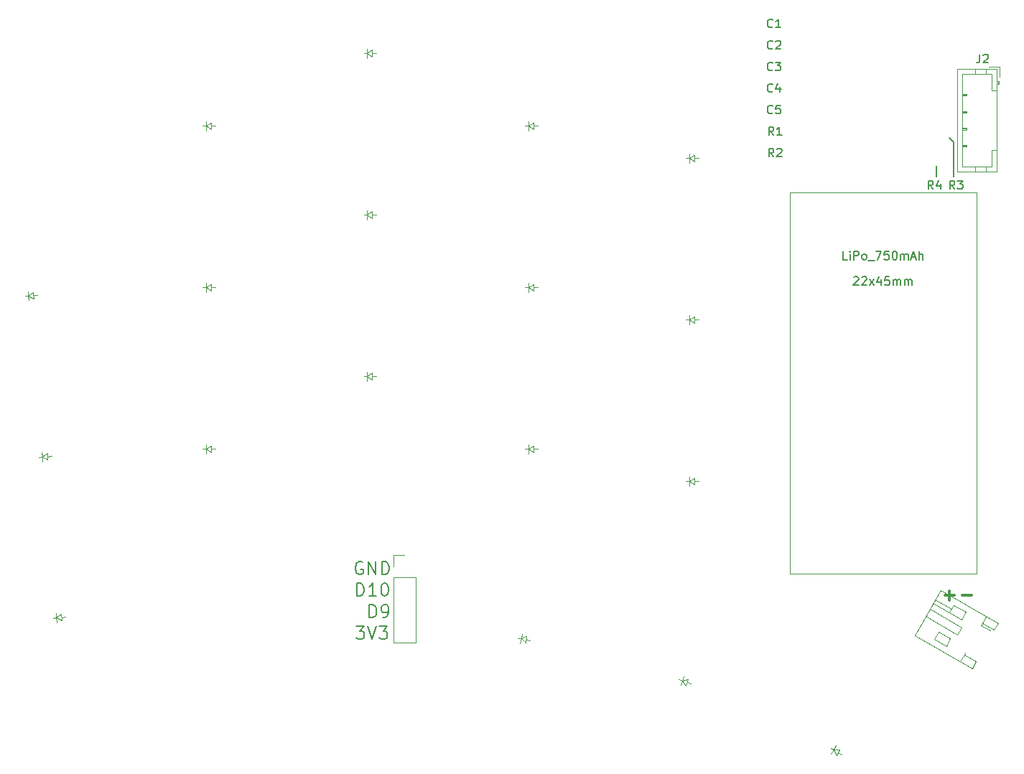
<source format=gbr>
%TF.GenerationSoftware,KiCad,Pcbnew,(6.0.0)*%
%TF.CreationDate,2022-12-29T10:21:43-08:00*%
%TF.ProjectId,mine,6d696e65-2e6b-4696-9361-645f70636258,v1.0.0*%
%TF.SameCoordinates,Original*%
%TF.FileFunction,Legend,Top*%
%TF.FilePolarity,Positive*%
%FSLAX46Y46*%
G04 Gerber Fmt 4.6, Leading zero omitted, Abs format (unit mm)*
G04 Created by KiCad (PCBNEW (6.0.0)) date 2022-12-29 10:21:43*
%MOMM*%
%LPD*%
G01*
G04 APERTURE LIST*
%ADD10C,0.200000*%
%ADD11C,0.300000*%
%ADD12C,0.150000*%
%ADD13C,0.120000*%
%ADD14C,0.100000*%
G04 APERTURE END LIST*
D10*
X138330327Y-56645814D02*
X138330327Y-55375814D01*
X140362327Y-56645814D02*
X140362327Y-52581814D01*
X140362327Y-52581814D02*
X139854327Y-52073814D01*
D11*
X139282898Y-106028956D02*
X140425755Y-106028956D01*
X139854327Y-106600385D02*
X139854327Y-105457528D01*
D12*
X119113660Y-51764194D02*
X118780327Y-51288004D01*
X118542231Y-51764194D02*
X118542231Y-50764194D01*
X118923184Y-50764194D01*
X119018422Y-50811814D01*
X119066041Y-50859433D01*
X119113660Y-50954671D01*
X119113660Y-51097528D01*
X119066041Y-51192766D01*
X119018422Y-51240385D01*
X118923184Y-51288004D01*
X118542231Y-51288004D01*
X120066041Y-51764194D02*
X119494612Y-51764194D01*
X119780327Y-51764194D02*
X119780327Y-50764194D01*
X119685088Y-50907052D01*
X119589850Y-51002290D01*
X119494612Y-51049909D01*
X118986660Y-44048956D02*
X118939041Y-44096575D01*
X118796184Y-44144194D01*
X118700946Y-44144194D01*
X118558088Y-44096575D01*
X118462850Y-44001337D01*
X118415231Y-43906099D01*
X118367612Y-43715623D01*
X118367612Y-43572766D01*
X118415231Y-43382290D01*
X118462850Y-43287052D01*
X118558088Y-43191814D01*
X118700946Y-43144194D01*
X118796184Y-43144194D01*
X118939041Y-43191814D01*
X118986660Y-43239433D01*
X119319993Y-43144194D02*
X119939041Y-43144194D01*
X119605707Y-43525147D01*
X119748565Y-43525147D01*
X119843803Y-43572766D01*
X119891422Y-43620385D01*
X119939041Y-43715623D01*
X119939041Y-43953718D01*
X119891422Y-44048956D01*
X119843803Y-44096575D01*
X119748565Y-44144194D01*
X119462850Y-44144194D01*
X119367612Y-44096575D01*
X119319993Y-44048956D01*
D10*
X70639469Y-102123814D02*
X70496612Y-102052385D01*
X70282327Y-102052385D01*
X70068041Y-102123814D01*
X69925184Y-102266671D01*
X69853755Y-102409528D01*
X69782327Y-102695242D01*
X69782327Y-102909528D01*
X69853755Y-103195242D01*
X69925184Y-103338099D01*
X70068041Y-103480956D01*
X70282327Y-103552385D01*
X70425184Y-103552385D01*
X70639469Y-103480956D01*
X70710898Y-103409528D01*
X70710898Y-102909528D01*
X70425184Y-102909528D01*
X71353755Y-103552385D02*
X71353755Y-102052385D01*
X72210898Y-103552385D01*
X72210898Y-102052385D01*
X72925184Y-103552385D02*
X72925184Y-102052385D01*
X73282327Y-102052385D01*
X73496612Y-102123814D01*
X73639469Y-102266671D01*
X73710898Y-102409528D01*
X73782327Y-102695242D01*
X73782327Y-102909528D01*
X73710898Y-103195242D01*
X73639469Y-103338099D01*
X73496612Y-103480956D01*
X73282327Y-103552385D01*
X72925184Y-103552385D01*
D12*
X118986660Y-46588956D02*
X118939041Y-46636575D01*
X118796184Y-46684194D01*
X118700946Y-46684194D01*
X118558088Y-46636575D01*
X118462850Y-46541337D01*
X118415231Y-46446099D01*
X118367612Y-46255623D01*
X118367612Y-46112766D01*
X118415231Y-45922290D01*
X118462850Y-45827052D01*
X118558088Y-45731814D01*
X118700946Y-45684194D01*
X118796184Y-45684194D01*
X118939041Y-45731814D01*
X118986660Y-45779433D01*
X119843803Y-46017528D02*
X119843803Y-46684194D01*
X119605707Y-45636575D02*
X119367612Y-46350861D01*
X119986660Y-46350861D01*
X137909660Y-58114194D02*
X137576327Y-57638004D01*
X137338231Y-58114194D02*
X137338231Y-57114194D01*
X137719184Y-57114194D01*
X137814422Y-57161814D01*
X137862041Y-57209433D01*
X137909660Y-57304671D01*
X137909660Y-57447528D01*
X137862041Y-57542766D01*
X137814422Y-57590385D01*
X137719184Y-57638004D01*
X137338231Y-57638004D01*
X138766803Y-57447528D02*
X138766803Y-58114194D01*
X138528707Y-57066575D02*
X138290612Y-57780861D01*
X138909660Y-57780861D01*
X118986660Y-38968956D02*
X118939041Y-39016575D01*
X118796184Y-39064194D01*
X118700946Y-39064194D01*
X118558088Y-39016575D01*
X118462850Y-38921337D01*
X118415231Y-38826099D01*
X118367612Y-38635623D01*
X118367612Y-38492766D01*
X118415231Y-38302290D01*
X118462850Y-38207052D01*
X118558088Y-38111814D01*
X118700946Y-38064194D01*
X118796184Y-38064194D01*
X118939041Y-38111814D01*
X118986660Y-38159433D01*
X119939041Y-39064194D02*
X119367612Y-39064194D01*
X119653327Y-39064194D02*
X119653327Y-38064194D01*
X119558088Y-38207052D01*
X119462850Y-38302290D01*
X119367612Y-38349909D01*
X140449660Y-58114194D02*
X140116327Y-57638004D01*
X139878231Y-58114194D02*
X139878231Y-57114194D01*
X140259184Y-57114194D01*
X140354422Y-57161814D01*
X140402041Y-57209433D01*
X140449660Y-57304671D01*
X140449660Y-57447528D01*
X140402041Y-57542766D01*
X140354422Y-57590385D01*
X140259184Y-57638004D01*
X139878231Y-57638004D01*
X140782993Y-57114194D02*
X141402041Y-57114194D01*
X141068707Y-57495147D01*
X141211565Y-57495147D01*
X141306803Y-57542766D01*
X141354422Y-57590385D01*
X141402041Y-57685623D01*
X141402041Y-57923718D01*
X141354422Y-58018956D01*
X141306803Y-58066575D01*
X141211565Y-58114194D01*
X140925850Y-58114194D01*
X140830612Y-58066575D01*
X140782993Y-58018956D01*
D10*
X69925184Y-109672385D02*
X70853755Y-109672385D01*
X70353755Y-110243814D01*
X70568041Y-110243814D01*
X70710898Y-110315242D01*
X70782327Y-110386671D01*
X70853755Y-110529528D01*
X70853755Y-110886671D01*
X70782327Y-111029528D01*
X70710898Y-111100956D01*
X70568041Y-111172385D01*
X70139469Y-111172385D01*
X69996612Y-111100956D01*
X69925184Y-111029528D01*
X71282327Y-109672385D02*
X71782327Y-111172385D01*
X72282327Y-109672385D01*
X72639469Y-109672385D02*
X73568041Y-109672385D01*
X73068041Y-110243814D01*
X73282327Y-110243814D01*
X73425184Y-110315242D01*
X73496612Y-110386671D01*
X73568041Y-110529528D01*
X73568041Y-110886671D01*
X73496612Y-111029528D01*
X73425184Y-111100956D01*
X73282327Y-111172385D01*
X72853755Y-111172385D01*
X72710898Y-111100956D01*
X72639469Y-111029528D01*
D12*
X118986660Y-49128956D02*
X118939041Y-49176575D01*
X118796184Y-49224194D01*
X118700946Y-49224194D01*
X118558088Y-49176575D01*
X118462850Y-49081337D01*
X118415231Y-48986099D01*
X118367612Y-48795623D01*
X118367612Y-48652766D01*
X118415231Y-48462290D01*
X118462850Y-48367052D01*
X118558088Y-48271814D01*
X118700946Y-48224194D01*
X118796184Y-48224194D01*
X118939041Y-48271814D01*
X118986660Y-48319433D01*
X119891422Y-48224194D02*
X119415231Y-48224194D01*
X119367612Y-48700385D01*
X119415231Y-48652766D01*
X119510469Y-48605147D01*
X119748565Y-48605147D01*
X119843803Y-48652766D01*
X119891422Y-48700385D01*
X119939041Y-48795623D01*
X119939041Y-49033718D01*
X119891422Y-49128956D01*
X119843803Y-49176575D01*
X119748565Y-49224194D01*
X119510469Y-49224194D01*
X119415231Y-49176575D01*
X119367612Y-49128956D01*
X119113660Y-54304194D02*
X118780327Y-53828004D01*
X118542231Y-54304194D02*
X118542231Y-53304194D01*
X118923184Y-53304194D01*
X119018422Y-53351814D01*
X119066041Y-53399433D01*
X119113660Y-53494671D01*
X119113660Y-53637528D01*
X119066041Y-53732766D01*
X119018422Y-53780385D01*
X118923184Y-53828004D01*
X118542231Y-53828004D01*
X119494612Y-53399433D02*
X119542231Y-53351814D01*
X119637469Y-53304194D01*
X119875565Y-53304194D01*
X119970803Y-53351814D01*
X120018422Y-53399433D01*
X120066041Y-53494671D01*
X120066041Y-53589909D01*
X120018422Y-53732766D01*
X119446993Y-54304194D01*
X120066041Y-54304194D01*
D11*
X141314898Y-106028956D02*
X142457755Y-106028956D01*
D10*
X69960898Y-106092385D02*
X69960898Y-104592385D01*
X70318041Y-104592385D01*
X70532327Y-104663814D01*
X70675184Y-104806671D01*
X70746612Y-104949528D01*
X70818041Y-105235242D01*
X70818041Y-105449528D01*
X70746612Y-105735242D01*
X70675184Y-105878099D01*
X70532327Y-106020956D01*
X70318041Y-106092385D01*
X69960898Y-106092385D01*
X72246612Y-106092385D02*
X71389469Y-106092385D01*
X71818041Y-106092385D02*
X71818041Y-104592385D01*
X71675184Y-104806671D01*
X71532327Y-104949528D01*
X71389469Y-105020956D01*
X73175184Y-104592385D02*
X73318041Y-104592385D01*
X73460898Y-104663814D01*
X73532327Y-104735242D01*
X73603755Y-104878099D01*
X73675184Y-105163814D01*
X73675184Y-105520956D01*
X73603755Y-105806671D01*
X73532327Y-105949528D01*
X73460898Y-106020956D01*
X73318041Y-106092385D01*
X73175184Y-106092385D01*
X73032327Y-106020956D01*
X72960898Y-105949528D01*
X72889469Y-105806671D01*
X72818041Y-105520956D01*
X72818041Y-105163814D01*
X72889469Y-104878099D01*
X72960898Y-104735242D01*
X73032327Y-104663814D01*
X73175184Y-104592385D01*
D12*
X118986660Y-41508956D02*
X118939041Y-41556575D01*
X118796184Y-41604194D01*
X118700946Y-41604194D01*
X118558088Y-41556575D01*
X118462850Y-41461337D01*
X118415231Y-41366099D01*
X118367612Y-41175623D01*
X118367612Y-41032766D01*
X118415231Y-40842290D01*
X118462850Y-40747052D01*
X118558088Y-40651814D01*
X118700946Y-40604194D01*
X118796184Y-40604194D01*
X118939041Y-40651814D01*
X118986660Y-40699433D01*
X119367612Y-40699433D02*
X119415231Y-40651814D01*
X119510469Y-40604194D01*
X119748565Y-40604194D01*
X119843803Y-40651814D01*
X119891422Y-40699433D01*
X119939041Y-40794671D01*
X119939041Y-40889909D01*
X119891422Y-41032766D01*
X119319993Y-41604194D01*
X119939041Y-41604194D01*
D10*
X71437184Y-108632385D02*
X71437184Y-107132385D01*
X71794327Y-107132385D01*
X72008612Y-107203814D01*
X72151469Y-107346671D01*
X72222898Y-107489528D01*
X72294327Y-107775242D01*
X72294327Y-107989528D01*
X72222898Y-108275242D01*
X72151469Y-108418099D01*
X72008612Y-108560956D01*
X71794327Y-108632385D01*
X71437184Y-108632385D01*
X73008612Y-108632385D02*
X73294327Y-108632385D01*
X73437184Y-108560956D01*
X73508612Y-108489528D01*
X73651469Y-108275242D01*
X73722898Y-107989528D01*
X73722898Y-107418099D01*
X73651469Y-107275242D01*
X73580041Y-107203814D01*
X73437184Y-107132385D01*
X73151469Y-107132385D01*
X73008612Y-107203814D01*
X72937184Y-107275242D01*
X72865755Y-107418099D01*
X72865755Y-107775242D01*
X72937184Y-107918099D01*
X73008612Y-107989528D01*
X73151469Y-108060956D01*
X73437184Y-108060956D01*
X73580041Y-107989528D01*
X73651469Y-107918099D01*
X73722898Y-107775242D01*
D12*
%TO.C,MCU1*%
%TO.C,BAT\u002A\u002A*%
X127767631Y-66431394D02*
X127291441Y-66431394D01*
X127291441Y-65431394D01*
X128100965Y-66431394D02*
X128100965Y-65764728D01*
X128100965Y-65431394D02*
X128053346Y-65479014D01*
X128100965Y-65526633D01*
X128148584Y-65479014D01*
X128100965Y-65431394D01*
X128100965Y-65526633D01*
X128577155Y-66431394D02*
X128577155Y-65431394D01*
X128958107Y-65431394D01*
X129053346Y-65479014D01*
X129100965Y-65526633D01*
X129148584Y-65621871D01*
X129148584Y-65764728D01*
X129100965Y-65859966D01*
X129053346Y-65907585D01*
X128958107Y-65955204D01*
X128577155Y-65955204D01*
X129720012Y-66431394D02*
X129624774Y-66383775D01*
X129577155Y-66336156D01*
X129529536Y-66240918D01*
X129529536Y-65955204D01*
X129577155Y-65859966D01*
X129624774Y-65812347D01*
X129720012Y-65764728D01*
X129862869Y-65764728D01*
X129958107Y-65812347D01*
X130005727Y-65859966D01*
X130053346Y-65955204D01*
X130053346Y-66240918D01*
X130005727Y-66336156D01*
X129958107Y-66383775D01*
X129862869Y-66431394D01*
X129720012Y-66431394D01*
X130243822Y-66526633D02*
X131005727Y-66526633D01*
X131148584Y-65431394D02*
X131815250Y-65431394D01*
X131386679Y-66431394D01*
X132672393Y-65431394D02*
X132196203Y-65431394D01*
X132148584Y-65907585D01*
X132196203Y-65859966D01*
X132291441Y-65812347D01*
X132529536Y-65812347D01*
X132624774Y-65859966D01*
X132672393Y-65907585D01*
X132720012Y-66002823D01*
X132720012Y-66240918D01*
X132672393Y-66336156D01*
X132624774Y-66383775D01*
X132529536Y-66431394D01*
X132291441Y-66431394D01*
X132196203Y-66383775D01*
X132148584Y-66336156D01*
X133339060Y-65431394D02*
X133434298Y-65431394D01*
X133529536Y-65479014D01*
X133577155Y-65526633D01*
X133624774Y-65621871D01*
X133672393Y-65812347D01*
X133672393Y-66050442D01*
X133624774Y-66240918D01*
X133577155Y-66336156D01*
X133529536Y-66383775D01*
X133434298Y-66431394D01*
X133339060Y-66431394D01*
X133243822Y-66383775D01*
X133196203Y-66336156D01*
X133148584Y-66240918D01*
X133100965Y-66050442D01*
X133100965Y-65812347D01*
X133148584Y-65621871D01*
X133196203Y-65526633D01*
X133243822Y-65479014D01*
X133339060Y-65431394D01*
X134100965Y-66431394D02*
X134100965Y-65764728D01*
X134100965Y-65859966D02*
X134148584Y-65812347D01*
X134243822Y-65764728D01*
X134386679Y-65764728D01*
X134481917Y-65812347D01*
X134529536Y-65907585D01*
X134529536Y-66431394D01*
X134529536Y-65907585D02*
X134577155Y-65812347D01*
X134672393Y-65764728D01*
X134815250Y-65764728D01*
X134910488Y-65812347D01*
X134958107Y-65907585D01*
X134958107Y-66431394D01*
X135386679Y-66145680D02*
X135862869Y-66145680D01*
X135291441Y-66431394D02*
X135624774Y-65431394D01*
X135958107Y-66431394D01*
X136291441Y-66431394D02*
X136291441Y-65431394D01*
X136720012Y-66431394D02*
X136720012Y-65907585D01*
X136672393Y-65812347D01*
X136577155Y-65764728D01*
X136434298Y-65764728D01*
X136339060Y-65812347D01*
X136291441Y-65859966D01*
X128553346Y-68526633D02*
X128600965Y-68479014D01*
X128696203Y-68431394D01*
X128934298Y-68431394D01*
X129029536Y-68479014D01*
X129077155Y-68526633D01*
X129124774Y-68621871D01*
X129124774Y-68717109D01*
X129077155Y-68859966D01*
X128505727Y-69431394D01*
X129124774Y-69431394D01*
X129505727Y-68526633D02*
X129553346Y-68479014D01*
X129648584Y-68431394D01*
X129886679Y-68431394D01*
X129981917Y-68479014D01*
X130029536Y-68526633D01*
X130077155Y-68621871D01*
X130077155Y-68717109D01*
X130029536Y-68859966D01*
X129458107Y-69431394D01*
X130077155Y-69431394D01*
X130410488Y-69431394D02*
X130934298Y-68764728D01*
X130410488Y-68764728D02*
X130934298Y-69431394D01*
X131743822Y-68764728D02*
X131743822Y-69431394D01*
X131505727Y-68383775D02*
X131267631Y-69098061D01*
X131886679Y-69098061D01*
X132743822Y-68431394D02*
X132267631Y-68431394D01*
X132220012Y-68907585D01*
X132267631Y-68859966D01*
X132362869Y-68812347D01*
X132600965Y-68812347D01*
X132696203Y-68859966D01*
X132743822Y-68907585D01*
X132791441Y-69002823D01*
X132791441Y-69240918D01*
X132743822Y-69336156D01*
X132696203Y-69383775D01*
X132600965Y-69431394D01*
X132362869Y-69431394D01*
X132267631Y-69383775D01*
X132220012Y-69336156D01*
X133220012Y-69431394D02*
X133220012Y-68764728D01*
X133220012Y-68859966D02*
X133267631Y-68812347D01*
X133362869Y-68764728D01*
X133505727Y-68764728D01*
X133600965Y-68812347D01*
X133648584Y-68907585D01*
X133648584Y-69431394D01*
X133648584Y-68907585D02*
X133696203Y-68812347D01*
X133791441Y-68764728D01*
X133934298Y-68764728D01*
X134029536Y-68812347D01*
X134077155Y-68907585D01*
X134077155Y-69431394D01*
X134553346Y-69431394D02*
X134553346Y-68764728D01*
X134553346Y-68859966D02*
X134600965Y-68812347D01*
X134696203Y-68764728D01*
X134839060Y-68764728D01*
X134934298Y-68812347D01*
X134981917Y-68907585D01*
X134981917Y-69431394D01*
X134981917Y-68907585D02*
X135029536Y-68812347D01*
X135124774Y-68764728D01*
X135267631Y-68764728D01*
X135362869Y-68812347D01*
X135410488Y-68907585D01*
X135410488Y-69431394D01*
%TO.C,J2*%
X143410593Y-42204994D02*
X143410593Y-42919280D01*
X143362974Y-43062137D01*
X143267736Y-43157375D01*
X143124879Y-43204994D01*
X143029641Y-43204994D01*
X143839165Y-42300233D02*
X143886784Y-42252614D01*
X143982022Y-42204994D01*
X144220117Y-42204994D01*
X144315355Y-42252614D01*
X144362974Y-42300233D01*
X144410593Y-42395471D01*
X144410593Y-42490709D01*
X144362974Y-42633566D01*
X143791546Y-43204994D01*
X144410593Y-43204994D01*
D13*
%TO.C,REF\u002A\u002A*%
X135726167Y-110698852D02*
X142498486Y-114608852D01*
X143712845Y-109305520D02*
X145098486Y-110105520D01*
X139949025Y-111104647D02*
X139449025Y-111970673D01*
X142958486Y-113812109D02*
X141572845Y-113012109D01*
X140363385Y-107186956D02*
X139863385Y-108052981D01*
X143572845Y-109548007D02*
X144625066Y-110155507D01*
X143572845Y-109548007D02*
X143712845Y-109305520D01*
X144172845Y-108508777D02*
X143712845Y-109305520D01*
X141749025Y-107986956D02*
X140363385Y-107186956D01*
X145098486Y-110105520D02*
X145558486Y-109308777D01*
X138063385Y-111170673D02*
X138563385Y-110304647D01*
X140113385Y-107619969D02*
X138156167Y-106489969D01*
X141282038Y-109795802D02*
X140782038Y-110661827D01*
X138563385Y-110304647D02*
X139949025Y-111104647D01*
X138786167Y-105398777D02*
X135726167Y-110698852D01*
X139449025Y-111970673D02*
X138063385Y-111170673D01*
X141112845Y-113808852D02*
X141572845Y-113012109D01*
X142498486Y-114608852D02*
X142958486Y-113812109D01*
X141572845Y-113012109D02*
X141712845Y-112769622D01*
X137506167Y-107615802D02*
X141282038Y-109795802D01*
X139863385Y-108052981D02*
X137906167Y-106922981D01*
X140782038Y-110661827D02*
X137006167Y-108481827D01*
X141249025Y-108852981D02*
X141749025Y-107986956D01*
X145558486Y-109308777D02*
X138786167Y-105398777D01*
X139863385Y-108052981D02*
X141249025Y-108852981D01*
D14*
%TO.C,D14*%
X109190000Y-73512500D02*
X109790000Y-73112500D01*
X109190000Y-73512500D02*
X109190000Y-72962500D01*
X108790000Y-73512500D02*
X109190000Y-73512500D01*
X109190000Y-73512500D02*
X109190000Y-74062500D01*
X109790000Y-73912500D02*
X109190000Y-73512500D01*
X109790000Y-73112500D02*
X109790000Y-73912500D01*
X109790000Y-73512500D02*
X110290000Y-73512500D01*
%TO.C,D15*%
X109190000Y-54462500D02*
X109790000Y-54062500D01*
X109790000Y-54862500D02*
X109190000Y-54462500D01*
X109190000Y-54462500D02*
X109190000Y-55012500D01*
X109790000Y-54062500D02*
X109790000Y-54862500D01*
X108790000Y-54462500D02*
X109190000Y-54462500D01*
X109190000Y-54462500D02*
X109190000Y-53912500D01*
X109790000Y-54462500D02*
X110290000Y-54462500D01*
D13*
%TO.C,REF\u002A\u002A*%
X74262327Y-101289814D02*
X75592327Y-101289814D01*
X76922327Y-103889814D02*
X76922327Y-111569814D01*
X74262327Y-103889814D02*
X76922327Y-103889814D01*
X74262327Y-111569814D02*
X76922327Y-111569814D01*
X74262327Y-103889814D02*
X74262327Y-111569814D01*
X74262327Y-102619814D02*
X74262327Y-101289814D01*
D14*
%TO.C,D12*%
X90190000Y-50652500D02*
X90190000Y-51202500D01*
X90190000Y-50652500D02*
X90790000Y-50252500D01*
X90790000Y-50652500D02*
X91290000Y-50652500D01*
X90190000Y-50652500D02*
X90190000Y-50102500D01*
X89790000Y-50652500D02*
X90190000Y-50652500D01*
X90790000Y-50252500D02*
X90790000Y-51052500D01*
X90790000Y-51052500D02*
X90190000Y-50652500D01*
%TO.C,D4*%
X52190000Y-88752500D02*
X52790000Y-88352500D01*
X52190000Y-88752500D02*
X52190000Y-89302500D01*
X52790000Y-88352500D02*
X52790000Y-89152500D01*
X52190000Y-88752500D02*
X52190000Y-88202500D01*
X51790000Y-88752500D02*
X52190000Y-88752500D01*
X52790000Y-89152500D02*
X52190000Y-88752500D01*
X52790000Y-88752500D02*
X53290000Y-88752500D01*
%TO.C,D1*%
X34142601Y-108682155D02*
X34541079Y-108647293D01*
X35103933Y-108196521D02*
X35173658Y-108993477D01*
X35138796Y-108594999D02*
X35636893Y-108551421D01*
X35173658Y-108993477D02*
X34541079Y-108647293D01*
X34541079Y-108647293D02*
X34589015Y-109195200D01*
X34541079Y-108647293D02*
X35103933Y-108196521D01*
X34541079Y-108647293D02*
X34493143Y-108099385D01*
%TO.C,D11*%
X90190000Y-69702500D02*
X90790000Y-69302500D01*
X90190000Y-69702500D02*
X90190000Y-70252500D01*
X90190000Y-69702500D02*
X90190000Y-69152500D01*
X89790000Y-69702500D02*
X90190000Y-69702500D01*
X90790000Y-69702500D02*
X91290000Y-69702500D01*
X90790000Y-70102500D02*
X90190000Y-69702500D01*
X90790000Y-69302500D02*
X90790000Y-70102500D01*
%TO.C,D10*%
X90790000Y-89152500D02*
X90190000Y-88752500D01*
X90190000Y-88752500D02*
X90190000Y-88202500D01*
X90790000Y-88352500D02*
X90790000Y-89152500D01*
X90190000Y-88752500D02*
X90790000Y-88352500D01*
X90190000Y-88752500D02*
X90190000Y-89302500D01*
X90790000Y-88752500D02*
X91290000Y-88752500D01*
X89790000Y-88752500D02*
X90190000Y-88752500D01*
%TO.C,D7*%
X71790000Y-80180000D02*
X72290000Y-80180000D01*
X70790000Y-80180000D02*
X71190000Y-80180000D01*
X71190000Y-80180000D02*
X71190000Y-79630000D01*
X71190000Y-80180000D02*
X71190000Y-80730000D01*
X71790000Y-79780000D02*
X71790000Y-80580000D01*
X71190000Y-80180000D02*
X71790000Y-79780000D01*
X71790000Y-80580000D02*
X71190000Y-80180000D01*
%TO.C,D18*%
X126890138Y-124165123D02*
X126490138Y-124857943D01*
X126170523Y-124211533D02*
X125895523Y-124687847D01*
X126690138Y-124511533D02*
X127123151Y-124761533D01*
X126170523Y-124211533D02*
X126890138Y-124165123D01*
X126490138Y-124857943D02*
X126170523Y-124211533D01*
X125824113Y-124011533D02*
X126170523Y-124211533D01*
X126170523Y-124211533D02*
X126445523Y-123735219D01*
%TO.C,D9*%
X71790000Y-41680000D02*
X71790000Y-42480000D01*
X71790000Y-42480000D02*
X71190000Y-42080000D01*
X70790000Y-42080000D02*
X71190000Y-42080000D01*
X71790000Y-42080000D02*
X72290000Y-42080000D01*
X71190000Y-42080000D02*
X71190000Y-42630000D01*
X71190000Y-42080000D02*
X71190000Y-41530000D01*
X71190000Y-42080000D02*
X71790000Y-41680000D01*
%TO.C,D5*%
X52790000Y-69302500D02*
X52790000Y-70102500D01*
X52190000Y-69702500D02*
X52790000Y-69302500D01*
X51790000Y-69702500D02*
X52190000Y-69702500D01*
X52790000Y-70102500D02*
X52190000Y-69702500D01*
X52190000Y-69702500D02*
X52190000Y-69152500D01*
X52190000Y-69702500D02*
X52190000Y-70252500D01*
X52790000Y-69702500D02*
X53290000Y-69702500D01*
%TO.C,D13*%
X109190000Y-92562500D02*
X109190000Y-93112500D01*
X109190000Y-92562500D02*
X109790000Y-92162500D01*
X109790000Y-92162500D02*
X109790000Y-92962500D01*
X108790000Y-92562500D02*
X109190000Y-92562500D01*
X109790000Y-92962500D02*
X109190000Y-92562500D01*
X109790000Y-92562500D02*
X110290000Y-92562500D01*
X109190000Y-92562500D02*
X109190000Y-92012500D01*
%TO.C,D8*%
X71790000Y-61530000D02*
X71190000Y-61130000D01*
X71790000Y-61130000D02*
X72290000Y-61130000D01*
X70790000Y-61130000D02*
X71190000Y-61130000D01*
X71190000Y-61130000D02*
X71190000Y-61680000D01*
X71190000Y-61130000D02*
X71790000Y-60730000D01*
X71790000Y-60730000D02*
X71790000Y-61530000D01*
X71190000Y-61130000D02*
X71190000Y-60580000D01*
%TO.C,D17*%
X108321666Y-116051955D02*
X108133555Y-116568786D01*
X107945789Y-115915147D02*
X108321666Y-116051955D01*
X108321666Y-116051955D02*
X108509777Y-115535124D01*
X108748673Y-116633044D02*
X108321666Y-116051955D01*
X108885481Y-116257167D02*
X109355327Y-116428177D01*
X109022289Y-115881290D02*
X108748673Y-116633044D01*
X108321666Y-116051955D02*
X109022289Y-115881290D01*
%TO.C,D2*%
X32880762Y-89669783D02*
X32832826Y-89121875D01*
X33443616Y-89219011D02*
X33513341Y-90015967D01*
X32880762Y-89669783D02*
X32928698Y-90217690D01*
X33478479Y-89617489D02*
X33976576Y-89573911D01*
X33513341Y-90015967D02*
X32880762Y-89669783D01*
X32880762Y-89669783D02*
X33443616Y-89219011D01*
X32482284Y-89704645D02*
X32880762Y-89669783D01*
%TO.C,D6*%
X52790000Y-50252500D02*
X52790000Y-51052500D01*
X52790000Y-51052500D02*
X52190000Y-50652500D01*
X52190000Y-50652500D02*
X52190000Y-51202500D01*
X52190000Y-50652500D02*
X52190000Y-50102500D01*
X52190000Y-50652500D02*
X52790000Y-50252500D01*
X51790000Y-50652500D02*
X52190000Y-50652500D01*
X52790000Y-50652500D02*
X53290000Y-50652500D01*
D13*
%TO.C,BAT\u002A\u002A*%
X121005727Y-103479014D02*
X143005727Y-103479014D01*
X143005727Y-103479014D02*
X143005727Y-58479014D01*
X143005727Y-58479014D02*
X121005727Y-58479014D01*
X121005727Y-58479014D02*
X121005727Y-103479014D01*
%TO.C,J2*%
X141342327Y-46903814D02*
X141842327Y-46903814D01*
X145752327Y-44893814D02*
X145752327Y-43643814D01*
X144842327Y-44553814D02*
X141342327Y-44553814D01*
X140732327Y-56063814D02*
X145452327Y-56063814D01*
X145452327Y-45703814D02*
X145652327Y-45703814D01*
X141342327Y-53003814D02*
X141842327Y-53003814D01*
X141342327Y-55453814D02*
X144842327Y-55453814D01*
X141842327Y-53103814D02*
X141342327Y-53103814D01*
X141842327Y-46903814D02*
X141842327Y-47103814D01*
X141342327Y-52903814D02*
X141842327Y-52903814D01*
X144142327Y-43943814D02*
X144142327Y-44553814D01*
X141342327Y-47003814D02*
X141842327Y-47003814D01*
X144842327Y-53503814D02*
X145452327Y-53503814D01*
X145752327Y-43643814D02*
X144502327Y-43643814D01*
X141842327Y-50903814D02*
X141842327Y-51103814D01*
X145452327Y-46503814D02*
X144842327Y-46503814D01*
X141842327Y-52903814D02*
X141842327Y-53103814D01*
X145652327Y-45403814D02*
X145452327Y-45403814D01*
X141342327Y-48903814D02*
X141842327Y-48903814D01*
X144142327Y-56063814D02*
X144142327Y-55453814D01*
X141842327Y-48903814D02*
X141842327Y-49103814D01*
X144842327Y-46503814D02*
X144842327Y-44553814D01*
X142842327Y-43943814D02*
X142842327Y-44553814D01*
X141842327Y-49103814D02*
X141342327Y-49103814D01*
X141342327Y-44553814D02*
X141342327Y-55453814D01*
X140732327Y-43943814D02*
X140732327Y-56063814D01*
X145452327Y-56063814D02*
X145452327Y-43943814D01*
X141342327Y-51003814D02*
X141842327Y-51003814D01*
X142842327Y-56063814D02*
X142842327Y-55453814D01*
X144842327Y-55453814D02*
X144842327Y-53503814D01*
X141342327Y-50903814D02*
X141842327Y-50903814D01*
X141842327Y-47103814D02*
X141342327Y-47103814D01*
X145452327Y-43943814D02*
X140732327Y-43943814D01*
X145552327Y-45703814D02*
X145552327Y-45403814D01*
X141342327Y-49003814D02*
X141842327Y-49003814D01*
X145652327Y-45703814D02*
X145652327Y-45403814D01*
X141842327Y-51103814D02*
X141342327Y-51103814D01*
D14*
%TO.C,D3*%
X31220445Y-70692274D02*
X31783299Y-70241502D01*
X31783299Y-70241502D02*
X31853024Y-71038458D01*
X31220445Y-70692274D02*
X31268381Y-71240181D01*
X31220445Y-70692274D02*
X31172509Y-70144366D01*
X30821967Y-70727136D02*
X31220445Y-70692274D01*
X31818162Y-70639980D02*
X32316259Y-70596402D01*
X31853024Y-71038458D02*
X31220445Y-70692274D01*
%TO.C,D16*%
X89987420Y-110826028D02*
X89848502Y-111613874D01*
X88933153Y-111046303D02*
X89327076Y-111115762D01*
X89917961Y-111219951D02*
X90410365Y-111306775D01*
X89327076Y-111115762D02*
X89422583Y-110574118D01*
X89327076Y-111115762D02*
X89987420Y-110826028D01*
X89848502Y-111613874D02*
X89327076Y-111115762D01*
X89327076Y-111115762D02*
X89231570Y-111657406D01*
%TD*%
M02*

</source>
